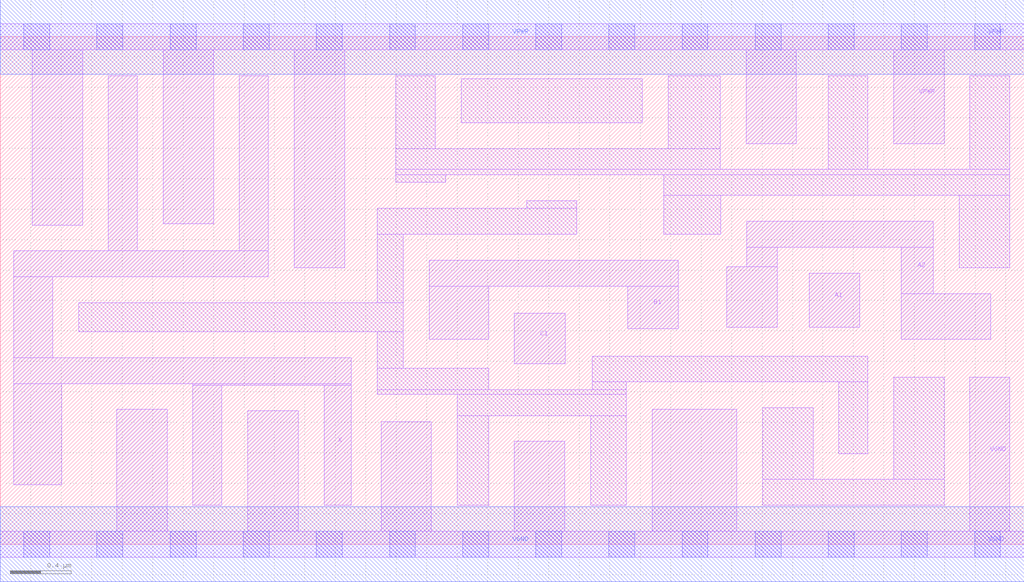
<source format=lef>
# Copyright 2020 The SkyWater PDK Authors
#
# Licensed under the Apache License, Version 2.0 (the "License");
# you may not use this file except in compliance with the License.
# You may obtain a copy of the License at
#
#     https://www.apache.org/licenses/LICENSE-2.0
#
# Unless required by applicable law or agreed to in writing, software
# distributed under the License is distributed on an "AS IS" BASIS,
# WITHOUT WARRANTIES OR CONDITIONS OF ANY KIND, either express or implied.
# See the License for the specific language governing permissions and
# limitations under the License.
#
# SPDX-License-Identifier: Apache-2.0

VERSION 5.7 ;
  NAMESCASESENSITIVE ON ;
  NOWIREEXTENSIONATPIN ON ;
  DIVIDERCHAR "/" ;
  BUSBITCHARS "[]" ;
UNITS
  DATABASE MICRONS 200 ;
END UNITS
MACRO sky130_fd_sc_lp__a211o_4
  CLASS CORE ;
  SOURCE USER ;
  FOREIGN sky130_fd_sc_lp__a211o_4 ;
  ORIGIN  0.000000  0.000000 ;
  SIZE  6.720000 BY  3.330000 ;
  SYMMETRY X Y R90 ;
  SITE unit ;
  PIN A1
    ANTENNAGATEAREA  0.630000 ;
    DIRECTION INPUT ;
    USE SIGNAL ;
    PORT
      LAYER li1 ;
        RECT 5.310000 1.425000 5.640000 1.780000 ;
    END
  END A1
  PIN A2
    ANTENNAGATEAREA  0.630000 ;
    DIRECTION INPUT ;
    USE SIGNAL ;
    PORT
      LAYER li1 ;
        RECT 4.770000 1.425000 5.100000 1.820000 ;
        RECT 4.900000 1.820000 5.100000 1.950000 ;
        RECT 4.900000 1.950000 6.125000 2.120000 ;
        RECT 5.915000 1.345000 6.500000 1.645000 ;
        RECT 5.915000 1.645000 6.125000 1.950000 ;
    END
  END A2
  PIN B1
    ANTENNAGATEAREA  0.630000 ;
    DIRECTION INPUT ;
    USE SIGNAL ;
    PORT
      LAYER li1 ;
        RECT 2.815000 1.345000 3.205000 1.695000 ;
        RECT 2.815000 1.695000 4.450000 1.865000 ;
        RECT 4.120000 1.415000 4.450000 1.695000 ;
    END
  END B1
  PIN C1
    ANTENNAGATEAREA  0.630000 ;
    DIRECTION INPUT ;
    USE SIGNAL ;
    PORT
      LAYER li1 ;
        RECT 3.375000 1.185000 3.710000 1.515000 ;
    END
  END C1
  PIN X
    ANTENNADIFFAREA  1.188600 ;
    DIRECTION OUTPUT ;
    USE SIGNAL ;
    PORT
      LAYER li1 ;
        RECT 0.090000 0.390000 0.405000 1.055000 ;
        RECT 0.090000 1.055000 2.305000 1.225000 ;
        RECT 0.090000 1.225000 0.345000 1.755000 ;
        RECT 0.090000 1.755000 1.760000 1.925000 ;
        RECT 0.710000 1.925000 0.900000 3.075000 ;
        RECT 1.265000 0.255000 1.455000 1.045000 ;
        RECT 1.265000 1.045000 2.305000 1.055000 ;
        RECT 1.570000 1.925000 1.760000 3.075000 ;
        RECT 2.125000 0.255000 2.305000 1.045000 ;
    END
  END X
  PIN VGND
    DIRECTION INOUT ;
    USE GROUND ;
    PORT
      LAYER li1 ;
        RECT 0.000000 -0.085000 6.720000 0.085000 ;
        RECT 0.765000  0.085000 1.095000 0.885000 ;
        RECT 1.625000  0.085000 1.955000 0.875000 ;
        RECT 2.500000  0.085000 2.830000 0.805000 ;
        RECT 3.375000  0.085000 3.705000 0.675000 ;
        RECT 4.280000  0.085000 4.835000 0.885000 ;
        RECT 6.365000  0.085000 6.625000 1.095000 ;
      LAYER mcon ;
        RECT 0.155000 -0.085000 0.325000 0.085000 ;
        RECT 0.635000 -0.085000 0.805000 0.085000 ;
        RECT 1.115000 -0.085000 1.285000 0.085000 ;
        RECT 1.595000 -0.085000 1.765000 0.085000 ;
        RECT 2.075000 -0.085000 2.245000 0.085000 ;
        RECT 2.555000 -0.085000 2.725000 0.085000 ;
        RECT 3.035000 -0.085000 3.205000 0.085000 ;
        RECT 3.515000 -0.085000 3.685000 0.085000 ;
        RECT 3.995000 -0.085000 4.165000 0.085000 ;
        RECT 4.475000 -0.085000 4.645000 0.085000 ;
        RECT 4.955000 -0.085000 5.125000 0.085000 ;
        RECT 5.435000 -0.085000 5.605000 0.085000 ;
        RECT 5.915000 -0.085000 6.085000 0.085000 ;
        RECT 6.395000 -0.085000 6.565000 0.085000 ;
      LAYER met1 ;
        RECT 0.000000 -0.245000 6.720000 0.245000 ;
    END
  END VGND
  PIN VPWR
    DIRECTION INOUT ;
    USE POWER ;
    PORT
      LAYER li1 ;
        RECT 0.000000 3.245000 6.720000 3.415000 ;
        RECT 0.210000 2.095000 0.540000 3.245000 ;
        RECT 1.070000 2.105000 1.400000 3.245000 ;
        RECT 1.930000 1.815000 2.260000 3.245000 ;
        RECT 4.895000 2.630000 5.225000 3.245000 ;
        RECT 5.865000 2.630000 6.195000 3.245000 ;
      LAYER mcon ;
        RECT 0.155000 3.245000 0.325000 3.415000 ;
        RECT 0.635000 3.245000 0.805000 3.415000 ;
        RECT 1.115000 3.245000 1.285000 3.415000 ;
        RECT 1.595000 3.245000 1.765000 3.415000 ;
        RECT 2.075000 3.245000 2.245000 3.415000 ;
        RECT 2.555000 3.245000 2.725000 3.415000 ;
        RECT 3.035000 3.245000 3.205000 3.415000 ;
        RECT 3.515000 3.245000 3.685000 3.415000 ;
        RECT 3.995000 3.245000 4.165000 3.415000 ;
        RECT 4.475000 3.245000 4.645000 3.415000 ;
        RECT 4.955000 3.245000 5.125000 3.415000 ;
        RECT 5.435000 3.245000 5.605000 3.415000 ;
        RECT 5.915000 3.245000 6.085000 3.415000 ;
        RECT 6.395000 3.245000 6.565000 3.415000 ;
      LAYER met1 ;
        RECT 0.000000 3.085000 6.720000 3.575000 ;
    END
  END VPWR
  OBS
    LAYER li1 ;
      RECT 0.515000 1.395000 2.645000 1.585000 ;
      RECT 2.475000 0.985000 4.110000 1.015000 ;
      RECT 2.475000 1.015000 3.205000 1.155000 ;
      RECT 2.475000 1.155000 2.645000 1.395000 ;
      RECT 2.475000 1.585000 2.645000 2.035000 ;
      RECT 2.475000 2.035000 3.785000 2.205000 ;
      RECT 2.595000 2.375000 2.925000 2.425000 ;
      RECT 2.595000 2.425000 6.625000 2.460000 ;
      RECT 2.595000 2.460000 4.725000 2.595000 ;
      RECT 2.595000 2.595000 2.855000 3.075000 ;
      RECT 3.000000 0.255000 3.205000 0.845000 ;
      RECT 3.000000 0.845000 4.110000 0.985000 ;
      RECT 3.025000 2.765000 4.215000 3.055000 ;
      RECT 3.455000 2.205000 3.785000 2.255000 ;
      RECT 3.875000 0.255000 4.110000 0.845000 ;
      RECT 3.885000 1.015000 4.110000 1.065000 ;
      RECT 3.885000 1.065000 5.695000 1.235000 ;
      RECT 4.355000 2.035000 4.730000 2.290000 ;
      RECT 4.355000 2.290000 6.625000 2.425000 ;
      RECT 4.385000 2.595000 4.725000 3.075000 ;
      RECT 5.005000 0.255000 6.195000 0.425000 ;
      RECT 5.005000 0.425000 5.335000 0.895000 ;
      RECT 5.435000 2.460000 5.695000 3.075000 ;
      RECT 5.505000 0.595000 5.695000 1.065000 ;
      RECT 5.865000 0.425000 6.195000 1.095000 ;
      RECT 6.295000 1.815000 6.625000 2.290000 ;
      RECT 6.365000 2.460000 6.625000 3.075000 ;
  END
END sky130_fd_sc_lp__a211o_4

</source>
